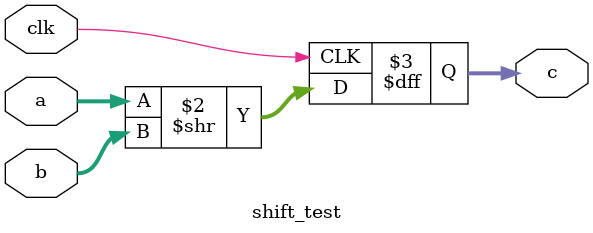
<source format=sv>
module shift_test (
    input clk,
    input signed [7:0] a,
    input [2:0] b,
    output reg [7:0] c);

    always @(posedge clk)
          c <= a >> b;

endmodule

</source>
